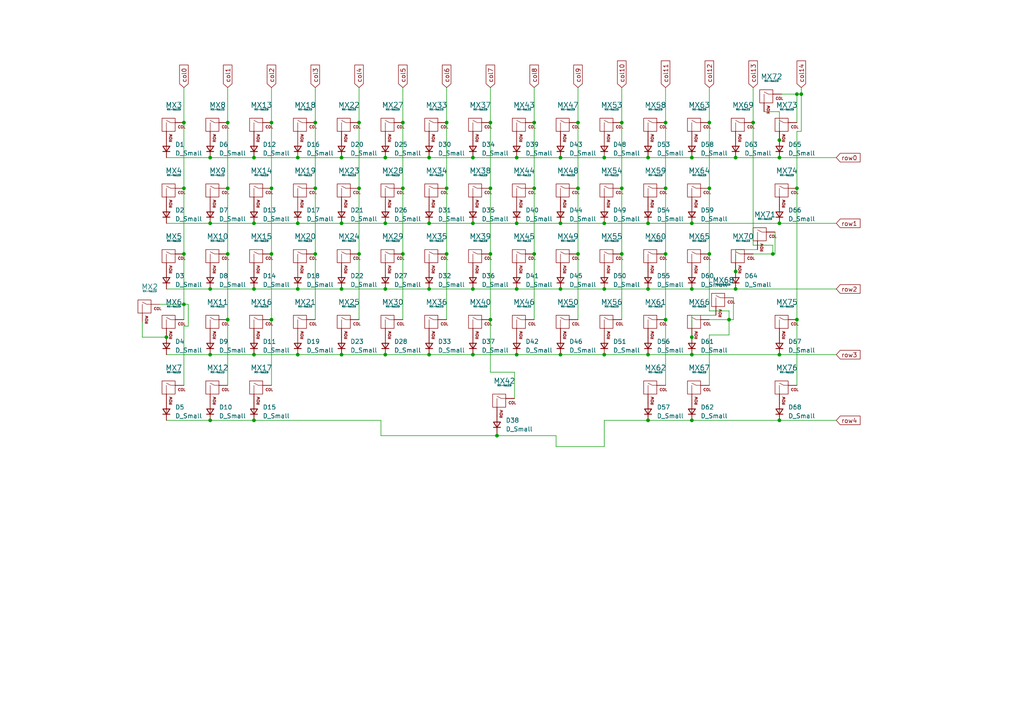
<source format=kicad_sch>
(kicad_sch (version 20230121) (generator eeschema)
  (paper "A4")
  (title_block (title "Plaket60") (date "2022-07-25") (rev "1.0"))
  (lib_symbols
    (symbol "Device:D_Small" (pin_numbers hide) (pin_names (offset 0.254) hide)
      (property "Reference" "D" (at -1.27 2.032 0))
      (property "Value" "D_Small" (at -3.81 -2.032 0))
      (symbol "D_Small_0_1"
        (polyline (pts (xy -0.762 -1.016) (xy -0.762 1.016)) (stroke (width 0.254)))
        (polyline (pts (xy -0.762 0) (xy 0.762 0)))
        (polyline (pts (xy 0.762 -1.016) (xy -0.762 0) (xy 0.762 1.016) (xy 0.762 -1.016)) (stroke (width 0.254)))
      )
      (symbol "D_Small_1_1"
        (pin passive line (at -2.54 0 0) (length 1.778) (name "K") (number "1"))
        (pin passive line (at 2.54 0 180) (length 1.778) (name "A") (number "2"))
      )
    )
    (symbol "cipulot_parts:MX-NoLED" (pin_names (offset 1.016))
      (property "Reference" "MX" (at -0.635 3.81 0))
      (property "Value" "MX-NoLED" (at -0.635 1.27 0))
      (symbol "MX-NoLED_0_0"
        (rectangle (start -2.54 2.54) (end 1.27 -1.27))
        (polyline (pts (xy -1.27 -1.27) (xy -1.27 1.27)) (stroke (width 0.127)))
        (polyline (pts (xy 1.27 1.27) (xy 0 1.27) (xy -1.27 1.905)) (stroke (width 0.127)))
        (text "COL" (at 3.175 0 0) (effects (font (size 0.762 0.762))))
        (text "ROW" (at 0 -1.905 900) (effects (font (size 0.762 0.762)) (justify right)))
      )
      (symbol "MX-NoLED_1_1"
        (pin passive line (at 3.81 1.27 180) (length 2.54) (name "COL") (number "1"))
        (pin passive line (at -1.27 -3.81 90) (length 2.54) (name "ROW") (number "2"))
      )
    )
  )
  (junction (at 53.34 88.265))
  (junction (at 142.24 35.56))
  (junction (at 180.34 35.56))
  (junction (at 175.26 102.87))
  (junction (at 226.06 102.87))
  (junction (at 60.96 64.77))
  (junction (at 73.66 45.72))
  (junction (at 187.96 83.82))
  (junction (at 104.14 35.56))
  (junction (at 91.44 54.61))
  (junction (at 213.36 83.82))
  (junction (at 218.44 35.56))
  (junction (at 226.06 121.92))
  (junction (at 66.04 35.56))
  (junction (at 205.74 35.56))
  (junction (at 99.06 45.72))
  (junction (at 116.84 35.56))
  (junction (at 73.66 83.82))
  (junction (at 104.14 54.61))
  (junction (at 142.24 73.66))
  (junction (at 162.56 64.77))
  (junction (at 137.16 102.87))
  (junction (at 142.24 54.61))
  (junction (at 187.96 45.72))
  (junction (at 116.84 73.66))
  (junction (at 60.96 83.82))
  (junction (at 149.86 83.82))
  (junction (at 137.16 64.77))
  (junction (at 193.04 92.71))
  (junction (at 213.36 45.72))
  (junction (at 162.56 83.82))
  (junction (at 200.66 45.72))
  (junction (at 193.04 35.56))
  (junction (at 224.155 73.66))
  (junction (at 232.41 27.305))
  (junction (at 137.16 45.72))
  (junction (at 144.145 126.365))
  (junction (at 48.26 97.79))
  (junction (at 231.14 54.61))
  (junction (at 53.34 35.56))
  (junction (at 78.74 92.71))
  (junction (at 175.26 64.77))
  (junction (at 111.76 64.77))
  (junction (at 180.34 73.66))
  (junction (at 129.54 35.56))
  (junction (at 91.44 35.56))
  (junction (at 193.04 54.61))
  (junction (at 99.06 83.82))
  (junction (at 226.06 45.72))
  (junction (at 200.66 83.82))
  (junction (at 205.74 54.61))
  (junction (at 187.96 102.87))
  (junction (at 73.66 64.77))
  (junction (at 211.455 92.71))
  (junction (at 124.46 64.77))
  (junction (at 200.66 121.92))
  (junction (at 167.64 35.56))
  (junction (at 99.06 102.87))
  (junction (at 91.44 73.66))
  (junction (at 78.74 35.56))
  (junction (at 53.34 73.66))
  (junction (at 154.94 54.61))
  (junction (at 187.96 121.92))
  (junction (at 53.34 54.61))
  (junction (at 149.86 64.77))
  (junction (at 200.66 102.87))
  (junction (at 175.26 83.82))
  (junction (at 187.96 64.77))
  (junction (at 111.76 45.72))
  (junction (at 137.16 83.82))
  (junction (at 124.46 102.87))
  (junction (at 149.86 102.87))
  (junction (at 99.06 64.77))
  (junction (at 162.56 45.72))
  (junction (at 167.64 54.61))
  (junction (at 129.54 54.61))
  (junction (at 111.76 102.87))
  (junction (at 78.74 54.61))
  (junction (at 231.14 27.305))
  (junction (at 124.46 45.72))
  (junction (at 60.96 102.87))
  (junction (at 162.56 102.87))
  (junction (at 86.36 45.72))
  (junction (at 60.96 45.72))
  (junction (at 104.14 73.66))
  (junction (at 60.96 121.92))
  (junction (at 86.36 64.77))
  (junction (at 167.64 73.66))
  (junction (at 149.86 45.72))
  (junction (at 193.04 73.66))
  (junction (at 124.46 83.82))
  (junction (at 111.76 83.82))
  (junction (at 175.26 45.72))
  (junction (at 86.36 83.82))
  (junction (at 66.04 73.66))
  (junction (at 213.36 78.74))
  (junction (at 231.14 92.71))
  (junction (at 180.34 54.61))
  (junction (at 205.74 73.66))
  (junction (at 116.84 54.61))
  (junction (at 78.74 73.66))
  (junction (at 226.06 64.77))
  (junction (at 73.66 121.92))
  (junction (at 86.36 102.87))
  (junction (at 73.66 102.87))
  (junction (at 66.04 92.71))
  (junction (at 200.66 64.77))
  (junction (at 154.94 35.56))
  (junction (at 129.54 73.66))
  (junction (at 66.04 54.61))
  (junction (at 226.06 40.64))
  (junction (at 142.24 92.71))
  (junction (at 200.66 97.79))
  (junction (at 154.94 73.66))
  (wire (pts (xy 129.54 73.66) (xy 129.54 92.71)))
  (wire (pts (xy 53.34 73.66) (xy 53.34 88.265)))
  (wire (pts (xy 60.96 83.82) (xy 73.66 83.82)))
  (wire (pts (xy 48.26 83.82) (xy 60.96 83.82)))
  (wire (pts (xy 60.96 102.87) (xy 73.66 102.87)))
  (wire (pts (xy 149.86 102.87) (xy 162.56 102.87)))
  (wire (pts (xy 137.16 45.72) (xy 149.86 45.72)))
  (wire (pts (xy 91.44 73.66) (xy 91.44 92.71)))
  (wire (pts (xy 104.14 54.61) (xy 104.14 73.66)))
  (wire (pts (xy 154.94 35.56) (xy 154.94 54.61)))
  (wire (pts (xy 149.86 83.82) (xy 162.56 83.82)))
  (wire (pts (xy 142.24 73.66) (xy 142.24 92.71)))
  (wire (pts (xy 111.76 83.82) (xy 124.46 83.82)))
  (wire (pts (xy 154.94 25.4) (xy 154.94 35.56)))
  (wire (pts (xy 161.29 126.365) (xy 161.29 129.54)))
  (wire (pts (xy 60.96 121.92) (xy 73.66 121.92)))
  (wire (pts (xy 154.94 54.61) (xy 154.94 73.66)))
  (wire (pts (xy 142.24 25.4) (xy 142.24 35.56)))
  (wire (pts (xy 187.96 83.82) (xy 200.66 83.82)))
  (wire (pts (xy 99.06 83.82) (xy 111.76 83.82)))
  (wire (pts (xy 187.96 102.87) (xy 200.66 102.87)))
  (wire (pts (xy 86.36 64.77) (xy 99.06 64.77)))
  (wire (pts (xy 73.66 83.82) (xy 86.36 83.82)))
  (wire (pts (xy 142.24 92.71) (xy 142.24 107.95)))
  (wire (pts (xy 221.615 32.385) (xy 226.06 32.385)))
  (wire (pts (xy 111.76 45.72) (xy 124.46 45.72)))
  (wire (pts (xy 231.14 92.71) (xy 231.14 54.61)))
  (wire (pts (xy 60.96 45.72) (xy 73.66 45.72)))
  (wire (pts (xy 232.41 38.1) (xy 232.41 27.305)))
  (wire (pts (xy 53.34 54.61) (xy 53.34 73.66)))
  (wire (pts (xy 205.74 35.56) (xy 205.74 54.61)))
  (wire (pts (xy 142.24 35.56) (xy 142.24 54.61)))
  (wire (pts (xy 46.355 88.265) (xy 53.34 88.265)))
  (wire (pts (xy 187.96 45.72) (xy 200.66 45.72)))
  (wire (pts (xy 180.34 35.56) (xy 180.34 54.61)))
  (wire (pts (xy 48.26 102.87) (xy 60.96 102.87)))
  (wire (pts (xy 104.14 35.56) (xy 104.14 54.61)))
  (wire (pts (xy 53.34 88.265) (xy 53.34 92.71)))
  (wire (pts (xy 86.36 102.87) (xy 99.06 102.87)))
  (wire (pts (xy 161.29 129.54) (xy 175.26 129.54)))
  (wire (pts (xy 53.34 111.76) (xy 53.34 94.615)))
  (wire (pts (xy 167.64 73.66) (xy 167.64 54.61)))
  (wire (pts (xy 144.145 126.365) (xy 144.145 125.73)))
  (wire (pts (xy 193.04 54.61) (xy 193.04 73.66)))
  (wire (pts (xy 54.61 88.265) (xy 53.34 88.265)))
  (wire (pts (xy 175.26 129.54) (xy 175.26 121.92)))
  (wire (pts (xy 213.36 83.82) (xy 242.57 83.82)))
  (wire (pts (xy 175.26 64.77) (xy 187.96 64.77)))
  (wire (pts (xy 162.56 64.77) (xy 175.26 64.77)))
  (wire (pts (xy 211.455 90.17) (xy 211.455 92.71)))
  (wire (pts (xy 144.145 126.365) (xy 161.29 126.365)))
  (wire (pts (xy 116.84 54.61) (xy 116.84 73.66)))
  (wire (pts (xy 66.04 54.61) (xy 66.04 73.66)))
  (wire (pts (xy 111.76 64.77) (xy 124.46 64.77)))
  (wire (pts (xy 226.06 102.87) (xy 242.57 102.87)))
  (wire (pts (xy 48.26 45.72) (xy 60.96 45.72)))
  (wire (pts (xy 187.96 64.77) (xy 200.66 64.77)))
  (wire (pts (xy 104.14 25.4) (xy 104.14 35.56)))
  (wire (pts (xy 110.49 121.92) (xy 110.49 126.365)))
  (wire (pts (xy 162.56 83.82) (xy 175.26 83.82)))
  (wire (pts (xy 200.66 45.72) (xy 213.36 45.72)))
  (wire (pts (xy 53.34 35.56) (xy 53.34 54.61)))
  (wire (pts (xy 200.66 91.44) (xy 200.66 97.79)))
  (wire (pts (xy 180.34 25.4) (xy 180.34 35.56)))
  (wire (pts (xy 213.36 72.39) (xy 213.36 78.74)))
  (wire (pts (xy 218.44 25.4) (xy 218.44 35.56)))
  (wire (pts (xy 212.725 92.71) (xy 212.725 86.36)))
  (wire (pts (xy 224.155 73.66) (xy 224.79 73.66)))
  (wire (pts (xy 167.64 92.71) (xy 167.64 73.66)))
  (wire (pts (xy 224.155 71.12) (xy 224.155 73.66)))
  (wire (pts (xy 200.66 102.87) (xy 226.06 102.87)))
  (wire (pts (xy 78.74 25.4) (xy 78.74 35.56)))
  (wire (pts (xy 231.14 27.305) (xy 231.14 35.56)))
  (wire (pts (xy 78.74 73.66) (xy 78.74 92.71)))
  (wire (pts (xy 129.54 25.4) (xy 129.54 35.56)))
  (wire (pts (xy 53.34 25.4) (xy 53.34 35.56)))
  (wire (pts (xy 111.76 102.87) (xy 124.46 102.87)))
  (wire (pts (xy 66.04 73.66) (xy 66.04 92.71)))
  (wire (pts (xy 73.66 45.72) (xy 86.36 45.72)))
  (wire (pts (xy 86.36 83.82) (xy 99.06 83.82)))
  (wire (pts (xy 41.275 97.79) (xy 48.26 97.79)))
  (wire (pts (xy 226.06 45.72) (xy 242.57 45.72)))
  (wire (pts (xy 193.04 73.66) (xy 193.04 92.71)))
  (wire (pts (xy 231.14 54.61) (xy 231.14 38.1)))
  (wire (pts (xy 54.61 94.615) (xy 54.61 88.265)))
  (wire (pts (xy 149.225 107.95) (xy 149.225 115.57)))
  (wire (pts (xy 180.34 73.66) (xy 180.34 92.71)))
  (wire (pts (xy 211.455 97.155) (xy 205.74 97.155)))
  (wire (pts (xy 149.86 64.77) (xy 162.56 64.77)))
  (wire (pts (xy 149.86 45.72) (xy 162.56 45.72)))
  (wire (pts (xy 99.06 64.77) (xy 111.76 64.77)))
  (wire (pts (xy 193.04 35.56) (xy 193.04 54.61)))
  (wire (pts (xy 205.74 73.66) (xy 205.74 90.17)))
  (wire (pts (xy 180.34 54.61) (xy 180.34 73.66)))
  (wire (pts (xy 231.14 38.1) (xy 232.41 38.1)))
  (wire (pts (xy 218.44 73.66) (xy 224.155 73.66)))
  (wire (pts (xy 226.06 121.92) (xy 242.57 121.92)))
  (wire (pts (xy 205.74 25.4) (xy 205.74 35.56)))
  (wire (pts (xy 231.14 111.76) (xy 231.14 92.71)))
  (wire (pts (xy 232.41 27.305) (xy 231.14 27.305)))
  (wire (pts (xy 200.66 64.77) (xy 226.06 64.77)))
  (wire (pts (xy 86.36 45.72) (xy 99.06 45.72)))
  (wire (pts (xy 137.16 102.87) (xy 149.86 102.87)))
  (wire (pts (xy 73.66 64.77) (xy 86.36 64.77)))
  (wire (pts (xy 207.645 91.44) (xy 200.66 91.44)))
  (wire (pts (xy 99.06 102.87) (xy 111.76 102.87)))
  (wire (pts (xy 110.49 126.365) (xy 144.145 126.365)))
  (wire (pts (xy 91.44 25.4) (xy 91.44 35.56)))
  (wire (pts (xy 73.66 121.92) (xy 110.49 121.92)))
  (wire (pts (xy 66.04 92.71) (xy 66.04 111.76)))
  (wire (pts (xy 211.455 92.71) (xy 212.725 92.71)))
  (wire (pts (xy 213.36 45.72) (xy 226.06 45.72)))
  (wire (pts (xy 124.46 102.87) (xy 137.16 102.87)))
  (wire (pts (xy 218.44 71.12) (xy 224.155 71.12)))
  (wire (pts (xy 53.34 94.615) (xy 54.61 94.615)))
  (wire (pts (xy 224.79 73.66) (xy 224.79 67.31)))
  (wire (pts (xy 226.06 64.77) (xy 242.57 64.77)))
  (wire (pts (xy 91.44 35.56) (xy 91.44 54.61)))
  (wire (pts (xy 205.74 92.71) (xy 211.455 92.71)))
  (wire (pts (xy 104.14 73.66) (xy 104.14 92.71)))
  (wire (pts (xy 91.44 54.61) (xy 91.44 73.66)))
  (wire (pts (xy 200.66 83.82) (xy 213.36 83.82)))
  (wire (pts (xy 211.455 92.71) (xy 211.455 97.155)))
  (wire (pts (xy 99.06 45.72) (xy 111.76 45.72)))
  (wire (pts (xy 175.26 121.92) (xy 187.96 121.92)))
  (wire (pts (xy 142.24 54.61) (xy 142.24 73.66)))
  (wire (pts (xy 73.66 102.87) (xy 86.36 102.87)))
  (wire (pts (xy 78.74 35.56) (xy 78.74 54.61)))
  (wire (pts (xy 124.46 45.72) (xy 137.16 45.72)))
  (wire (pts (xy 124.46 83.82) (xy 137.16 83.82)))
  (wire (pts (xy 167.64 25.4) (xy 167.64 35.56)))
  (wire (pts (xy 154.94 73.66) (xy 154.94 92.71)))
  (wire (pts (xy 219.71 72.39) (xy 213.36 72.39)))
  (wire (pts (xy 193.04 92.71) (xy 193.04 111.76)))
  (wire (pts (xy 167.64 54.61) (xy 167.64 35.56)))
  (wire (pts (xy 187.96 121.92) (xy 200.66 121.92)))
  (wire (pts (xy 142.24 107.95) (xy 149.225 107.95)))
  (wire (pts (xy 48.26 121.92) (xy 60.96 121.92)))
  (wire (pts (xy 162.56 102.87) (xy 175.26 102.87)))
  (wire (pts (xy 137.16 83.82) (xy 149.86 83.82)))
  (wire (pts (xy 48.26 64.77) (xy 60.96 64.77)))
  (wire (pts (xy 175.26 83.82) (xy 187.96 83.82)))
  (wire (pts (xy 66.04 25.4) (xy 66.04 35.56)))
  (wire (pts (xy 175.26 102.87) (xy 187.96 102.87)))
  (wire (pts (xy 226.695 27.305) (xy 231.14 27.305)))
  (wire (pts (xy 205.74 90.17) (xy 211.455 90.17)))
  (wire (pts (xy 129.54 54.61) (xy 129.54 73.66)))
  (wire (pts (xy 218.44 35.56) (xy 218.44 71.12)))
  (wire (pts (xy 193.04 25.4) (xy 193.04 35.56)))
  (wire (pts (xy 129.54 35.56) (xy 129.54 54.61)))
  (wire (pts (xy 205.74 97.155) (xy 205.74 111.76)))
  (wire (pts (xy 232.41 25.4) (xy 232.41 27.305)))
  (wire (pts (xy 162.56 45.72) (xy 175.26 45.72)))
  (wire (pts (xy 116.84 25.4) (xy 116.84 35.56)))
  (wire (pts (xy 137.16 64.77) (xy 149.86 64.77)))
  (wire (pts (xy 66.04 35.56) (xy 66.04 54.61)))
  (wire (pts (xy 41.275 93.345) (xy 41.275 97.79)))
  (wire (pts (xy 60.96 64.77) (xy 73.66 64.77)))
  (wire (pts (xy 124.46 64.77) (xy 137.16 64.77)))
  (wire (pts (xy 116.84 73.66) (xy 116.84 92.71)))
  (wire (pts (xy 78.74 54.61) (xy 78.74 73.66)))
  (wire (pts (xy 116.84 35.56) (xy 116.84 54.61)))
  (wire (pts (xy 200.66 121.92) (xy 226.06 121.92)))
  (wire (pts (xy 226.06 32.385) (xy 226.06 40.64)))
  (wire (pts (xy 175.26 45.72) (xy 187.96 45.72)))
  (wire (pts (xy 78.74 92.71) (xy 78.74 111.76)))
  (wire (pts (xy 205.74 54.61) (xy 205.74 73.66)))
  (global_label "col10" (shape input) (at 180.34 25.4 90) (property "Intersheetrefs" "${INTERSHEET_REFS}" (effects hide)))
  (global_label "col3" (shape input) (at 91.44 25.4 90) (property "Intersheetrefs" "${INTERSHEET_REFS}" (effects hide)))
  (global_label "col12" (shape input) (at 205.74 25.4 90) (property "Intersheetrefs" "${INTERSHEET_REFS}" (effects hide)))
  (global_label "col1" (shape input) (at 66.04 25.4 90) (property "Intersheetrefs" "${INTERSHEET_REFS}" (effects hide)))
  (global_label "row1" (shape input) (at 242.57 64.77 0) (property "Intersheetrefs" "${INTERSHEET_REFS}" (effects hide)))
  (global_label "col13" (shape input) (at 218.44 25.4 90) (property "Intersheetrefs" "${INTERSHEET_REFS}" (effects hide)))
  (global_label "row3" (shape input) (at 242.57 102.87 0) (property "Intersheetrefs" "${INTERSHEET_REFS}" (effects hide)))
  (global_label "col5" (shape input) (at 116.84 25.4 90) (property "Intersheetrefs" "${INTERSHEET_REFS}" (effects hide)))
  (global_label "col7" (shape input) (at 142.24 25.4 90) (property "Intersheetrefs" "${INTERSHEET_REFS}" (effects hide)))
  (global_label "col11" (shape input) (at 193.04 25.4 90) (property "Intersheetrefs" "${INTERSHEET_REFS}" (effects hide)))
  (global_label "col14" (shape input) (at 232.41 25.4 90) (property "Intersheetrefs" "${INTERSHEET_REFS}" (effects hide)))
  (global_label "col4" (shape input) (at 104.14 25.4 90) (property "Intersheetrefs" "${INTERSHEET_REFS}" (effects hide)))
  (global_label "col9" (shape input) (at 167.64 25.4 90) (property "Intersheetrefs" "${INTERSHEET_REFS}" (effects hide)))
  (global_label "col0" (shape input) (at 53.34 25.4 90) (property "Intersheetrefs" "${INTERSHEET_REFS}" (effects hide)))
  (global_label "col6" (shape input) (at 129.54 25.4 90) (property "Intersheetrefs" "${INTERSHEET_REFS}" (effects hide)))
  (global_label "row0" (shape input) (at 242.57 45.72 0) (property "Intersheetrefs" "${INTERSHEET_REFS}" (effects hide)))
  (global_label "row2" (shape input) (at 242.57 83.82 0) (property "Intersheetrefs" "${INTERSHEET_REFS}" (effects hide)))
  (global_label "row4" (shape input) (at 242.57 121.92 0) (property "Intersheetrefs" "${INTERSHEET_REFS}" (effects hide)))
  (global_label "col8" (shape input) (at 154.94 25.4 90) (property "Intersheetrefs" "${INTERSHEET_REFS}" (effects hide)))
  (global_label "col2" (shape input) (at 78.74 25.4 90) (property "Intersheetrefs" "${INTERSHEET_REFS}" (effects hide)))
  (symbol (lib_id "cipulot_parts:MX-NoLED") (at 125.73 36.83 0) (unit 1)
    (property "Reference" "MX33" (at 126.6156 30.48 0) (effects (font (size 1.524 1.524))))
    (property "Value" "MX-NoLED" (at 126.6156 31.75 0) (effects (font (size 0.508 0.508))))
    (property "Footprint" "parts:mx_1u" (effects hide))
  )
  (symbol (lib_id "cipulot_parts:MX-NoLED") (at 151.13 93.98 0) (unit 1)
    (property "Reference" "MX46" (at 152.0156 87.63 0) (effects (font (size 1.524 1.524))))
    (property "Value" "MX-NoLED" (at 152.0156 88.9 0) (effects (font (size 0.508 0.508))))
    (property "Footprint" "parts:mx_1u" (effects hide))
  )
  (symbol (lib_id "Device:D_Small") (at 200.66 119.38 90) (unit 1)
    (property "Reference" "D62" (at 203.2 118.1099 90) (effects (justify right)))
    (property "Value" "D_Small" (at 203.2 120.6499 90) (effects (justify right)))
    (property "Footprint" "Diode_SMD:D_SOD-123" (effects hide))
  )
  (symbol (lib_id "cipulot_parts:MX-NoLED") (at 62.23 113.03 0) (unit 1)
    (property "Reference" "MX12" (at 63.1156 106.68 0) (effects (font (size 1.524 1.524))))
    (property "Value" "MX-NoLED" (at 63.1156 107.95 0) (effects (font (size 0.508 0.508))))
    (property "Footprint" "parts:mx_1u" (effects hide))
  )
  (symbol (lib_id "Device:D_Small") (at 149.86 43.18 90) (unit 1)
    (property "Reference" "D39" (at 152.4 41.9099 90) (effects (justify right)))
    (property "Value" "D_Small" (at 152.4 44.4499 90) (effects (justify right)))
    (property "Footprint" "Diode_SMD:D_SOD-123" (effects hide))
  )
  (symbol (lib_id "cipulot_parts:MX-NoLED") (at 176.53 55.88 0) (unit 1)
    (property "Reference" "MX54" (at 177.4156 49.53 0) (effects (font (size 1.524 1.524))))
    (property "Value" "MX-NoLED" (at 177.4156 50.8 0) (effects (font (size 0.508 0.508))))
    (property "Footprint" "parts:mx_1u" (effects hide))
  )
  (symbol (lib_id "Device:D_Small") (at 73.66 100.33 90) (unit 1)
    (property "Reference" "D11" (at 76.2 99.0599 90) (effects (justify right)))
    (property "Value" "D_Small" (at 76.2 101.5999 90) (effects (justify right)))
    (property "Footprint" "Diode_SMD:D_SOD-123" (effects hide))
  )
  (symbol (lib_id "Device:D_Small") (at 60.96 62.23 90) (unit 1)
    (property "Reference" "D7" (at 63.5 60.9599 90) (effects (justify right)))
    (property "Value" "D_Small" (at 63.5 63.4999 90) (effects (justify right)))
    (property "Footprint" "Diode_SMD:D_SOD-123" (effects hide))
  )
  (symbol (lib_id "Device:D_Small") (at 86.36 62.23 90) (unit 1)
    (property "Reference" "D17" (at 88.9 60.9599 90) (effects (justify right)))
    (property "Value" "D_Small" (at 88.9 63.4999 90) (effects (justify right)))
    (property "Footprint" "Diode_SMD:D_SOD-123" (effects hide))
  )
  (symbol (lib_id "cipulot_parts:MX-NoLED") (at 62.23 74.93 0) (unit 1)
    (property "Reference" "MX10" (at 63.1156 68.58 0) (effects (font (size 1.524 1.524))))
    (property "Value" "MX-NoLED" (at 63.1156 69.85 0) (effects (font (size 0.508 0.508))))
    (property "Footprint" "parts:mx_1u" (effects hide))
  )
  (symbol (lib_id "cipulot_parts:MX-NoLED") (at 74.93 74.93 0) (unit 1)
    (property "Reference" "MX15" (at 75.8156 68.58 0) (effects (font (size 1.524 1.524))))
    (property "Value" "MX-NoLED" (at 75.8156 69.85 0) (effects (font (size 0.508 0.508))))
    (property "Footprint" "parts:mx_1u" (effects hide))
  )
  (symbol (lib_id "cipulot_parts:MX-NoLED") (at 189.23 74.93 0) (unit 1)
    (property "Reference" "MX60" (at 190.1156 68.58 0) (effects (font (size 1.524 1.524))))
    (property "Value" "MX-NoLED" (at 190.1156 69.85 0) (effects (font (size 0.508 0.508))))
    (property "Footprint" "parts:mx_1u" (effects hide))
  )
  (symbol (lib_id "Device:D_Small") (at 111.76 100.33 90) (unit 1)
    (property "Reference" "D28" (at 114.3 99.0599 90) (effects (justify right)))
    (property "Value" "D_Small" (at 114.3 101.5999 90) (effects (justify right)))
    (property "Footprint" "Diode_SMD:D_SOD-123" (effects hide))
  )
  (symbol (lib_id "cipulot_parts:MX-NoLED") (at 62.23 55.88 0) (unit 1)
    (property "Reference" "MX9" (at 63.1156 49.53 0) (effects (font (size 1.524 1.524))))
    (property "Value" "MX-NoLED" (at 63.1156 50.8 0) (effects (font (size 0.508 0.508))))
    (property "Footprint" "parts:mx_1u" (effects hide))
  )
  (symbol (lib_id "cipulot_parts:MX-NoLED") (at 227.33 113.03 0) (unit 1)
    (property "Reference" "MX76" (at 228.2156 106.68 0) (effects (font (size 1.524 1.524))))
    (property "Value" "MX-NoLED" (at 228.2156 107.95 0) (effects (font (size 0.508 0.508))))
    (property "Footprint" "parts:mx_15u" (effects hide))
  )
  (symbol (lib_id "cipulot_parts:MX-NoLED") (at 201.93 74.93 0) (unit 1)
    (property "Reference" "MX65" (at 202.8156 68.58 0) (effects (font (size 1.524 1.524))))
    (property "Value" "MX-NoLED" (at 202.8156 69.85 0) (effects (font (size 0.508 0.508))))
    (property "Footprint" "parts:mx_1u" (effects hide))
  )
  (symbol (lib_id "Device:D_Small") (at 187.96 100.33 90) (unit 1)
    (property "Reference" "D56" (at 190.5 99.0599 90) (effects (justify right)))
    (property "Value" "D_Small" (at 190.5 101.5999 90) (effects (justify right)))
    (property "Footprint" "Diode_SMD:D_SOD-123" (effects hide))
  )
  (symbol (lib_id "Device:D_Small") (at 48.26 100.33 90) (unit 1)
    (property "Reference" "D4" (at 50.8 99.0599 90) (effects (justify right)))
    (property "Value" "D_Small" (at 50.8 101.5999 90) (effects (justify right)))
    (property "Footprint" "Diode_SMD:D_SOD-123" (effects hide))
  )
  (symbol (lib_id "cipulot_parts:MX-NoLED") (at 227.33 93.98 0) (unit 1)
    (property "Reference" "MX75" (at 228.2156 87.63 0) (effects (font (size 1.524 1.524))))
    (property "Value" "MX-NoLED" (at 228.2156 88.9 0) (effects (font (size 0.508 0.508))))
    (property "Footprint" "parts:mx_1u" (effects hide))
  )
  (symbol (lib_id "cipulot_parts:MX-NoLED") (at 125.73 55.88 0) (unit 1)
    (property "Reference" "MX34" (at 126.6156 49.53 0) (effects (font (size 1.524 1.524))))
    (property "Value" "MX-NoLED" (at 126.6156 50.8 0) (effects (font (size 0.508 0.508))))
    (property "Footprint" "parts:mx_1u" (effects hide))
  )
  (symbol (lib_id "Device:D_Small") (at 200.66 62.23 90) (unit 1)
    (property "Reference" "D59" (at 203.2 60.9599 90) (effects (justify right)))
    (property "Value" "D_Small" (at 203.2 63.4999 90) (effects (justify right)))
    (property "Footprint" "Diode_SMD:D_SOD-123" (effects hide))
  )
  (symbol (lib_id "cipulot_parts:MX-NoLED") (at 100.33 36.83 0) (unit 1)
    (property "Reference" "MX22" (at 101.2156 30.48 0) (effects (font (size 1.524 1.524))))
    (property "Value" "MX-NoLED" (at 101.2156 31.75 0) (effects (font (size 0.508 0.508))))
    (property "Footprint" "parts:mx_1u" (effects hide))
  )
  (symbol (lib_id "Device:D_Small") (at 162.56 100.33 90) (unit 1)
    (property "Reference" "D46" (at 165.1 99.0599 90) (effects (justify right)))
    (property "Value" "D_Small" (at 165.1 101.5999 90) (effects (justify right)))
    (property "Footprint" "Diode_SMD:D_SOD-123" (effects hide))
  )
  (symbol (lib_id "cipulot_parts:MX-NoLED") (at 113.03 55.88 0) (unit 1)
    (property "Reference" "MX28" (at 113.9156 49.53 0) (effects (font (size 1.524 1.524))))
    (property "Value" "MX-NoLED" (at 113.9156 50.8 0) (effects (font (size 0.508 0.508))))
    (property "Footprint" "parts:mx_1u" (effects hide))
  )
  (symbol (lib_id "Device:D_Small") (at 200.66 81.28 90) (unit 1)
    (property "Reference" "D60" (at 203.2 80.0099 90) (effects (justify right)))
    (property "Value" "D_Small" (at 203.2 82.5499 90) (effects (justify right)))
    (property "Footprint" "Diode_SMD:D_SOD-123" (effects hide))
  )
  (symbol (lib_id "Device:D_Small") (at 226.06 100.33 90) (unit 1)
    (property "Reference" "D67" (at 228.6 99.0599 90) (effects (justify right)))
    (property "Value" "D_Small" (at 228.6 101.5999 90) (effects (justify right)))
    (property "Footprint" "Diode_SMD:D_SOD-123" (effects hide))
  )
  (symbol (lib_id "Device:D_Small") (at 137.16 62.23 90) (unit 1)
    (property "Reference" "D35" (at 139.7 60.9599 90) (effects (justify right)))
    (property "Value" "D_Small" (at 139.7 63.4999 90) (effects (justify right)))
    (property "Footprint" "Diode_SMD:D_SOD-123" (effects hide))
  )
  (symbol (lib_id "Device:D_Small") (at 86.36 100.33 90) (unit 1)
    (property "Reference" "D19" (at 88.9 99.0599 90) (effects (justify right)))
    (property "Value" "D_Small" (at 88.9 101.5999 90) (effects (justify right)))
    (property "Footprint" "Diode_SMD:D_SOD-123" (effects hide))
  )
  (symbol (lib_id "Device:D_Small") (at 175.26 43.18 90) (unit 1)
    (property "Reference" "D48" (at 177.8 41.9099 90) (effects (justify right)))
    (property "Value" "D_Small" (at 177.8 44.4499 90) (effects (justify right)))
    (property "Footprint" "Diode_SMD:D_SOD-123" (effects hide))
  )
  (symbol (lib_id "cipulot_parts:MX-NoLED") (at 189.23 93.98 0) (unit 1)
    (property "Reference" "MX61" (at 190.1156 87.63 0) (effects (font (size 1.524 1.524))))
    (property "Value" "MX-NoLED" (at 190.1156 88.9 0) (effects (font (size 0.508 0.508))))
    (property "Footprint" "parts:mx_1u" (effects hide))
  )
  (symbol (lib_id "cipulot_parts:MX-NoLED") (at 151.13 74.93 0) (unit 1)
    (property "Reference" "MX45" (at 152.0156 68.58 0) (effects (font (size 1.524 1.524))))
    (property "Value" "MX-NoLED" (at 152.0156 69.85 0) (effects (font (size 0.508 0.508))))
    (property "Footprint" "parts:mx_1u" (effects hide))
  )
  (symbol (lib_id "cipulot_parts:MX-NoLED") (at 49.53 36.83 0) (unit 1)
    (property "Reference" "MX3" (at 50.4156 30.48 0) (effects (font (size 1.524 1.524))))
    (property "Value" "MX-NoLED" (at 50.4156 31.75 0) (effects (font (size 0.508 0.508))))
    (property "Footprint" "parts:mx_1u" (effects hide))
  )
  (symbol (lib_id "cipulot_parts:MX-NoLED") (at 151.13 36.83 0) (unit 1)
    (property "Reference" "MX43" (at 152.0156 30.48 0) (effects (font (size 1.524 1.524))))
    (property "Value" "MX-NoLED" (at 152.0156 31.75 0) (effects (font (size 0.508 0.508))))
    (property "Footprint" "parts:mx_1u" (effects hide))
  )
  (symbol (lib_id "Device:D_Small") (at 137.16 81.28 90) (unit 1)
    (property "Reference" "D36" (at 139.7 80.0099 90) (effects (justify right)))
    (property "Value" "D_Small" (at 139.7 82.5499 90) (effects (justify right)))
    (property "Footprint" "Diode_SMD:D_SOD-123" (effects hide))
  )
  (symbol (lib_id "Device:D_Small") (at 213.36 43.18 90) (unit 1)
    (property "Reference" "D63" (at 215.9 41.9099 90) (effects (justify right)))
    (property "Value" "D_Small" (at 215.9 44.4499 90) (effects (justify right)))
    (property "Footprint" "Diode_SMD:D_SOD-123" (effects hide))
  )
  (symbol (lib_id "cipulot_parts:MX-NoLED") (at 163.83 36.83 0) (unit 1)
    (property "Reference" "MX47" (at 164.7156 30.48 0) (effects (font (size 1.524 1.524))))
    (property "Value" "MX-NoLED" (at 164.7156 31.75 0) (effects (font (size 0.508 0.508))))
    (property "Footprint" "parts:mx_1u" (effects hide))
  )
  (symbol (lib_id "cipulot_parts:MX-NoLED") (at 74.93 55.88 0) (unit 1)
    (property "Reference" "MX14" (at 75.8156 49.53 0) (effects (font (size 1.524 1.524))))
    (property "Value" "MX-NoLED" (at 75.8156 50.8 0) (effects (font (size 0.508 0.508))))
    (property "Footprint" "parts:mx_1u" (effects hide))
  )
  (symbol (lib_id "cipulot_parts:MX-NoLED") (at 201.93 55.88 0) (unit 1)
    (property "Reference" "MX64" (at 202.8156 49.53 0) (effects (font (size 1.524 1.524))))
    (property "Value" "MX-NoLED" (at 202.8156 50.8 0) (effects (font (size 0.508 0.508))))
    (property "Footprint" "parts:mx_1u" (effects hide))
  )
  (symbol (lib_id "cipulot_parts:MX-NoLED") (at 163.83 55.88 0) (unit 1)
    (property "Reference" "MX48" (at 164.7156 49.53 0) (effects (font (size 1.524 1.524))))
    (property "Value" "MX-NoLED" (at 164.7156 50.8 0) (effects (font (size 0.508 0.508))))
    (property "Footprint" "parts:mx_1u" (effects hide))
  )
  (symbol (lib_id "Device:D_Small") (at 99.06 62.23 90) (unit 1)
    (property "Reference" "D21" (at 101.6 60.9599 90) (effects (justify right)))
    (property "Value" "D_Small" (at 101.6 63.4999 90) (effects (justify right)))
    (property "Footprint" "Diode_SMD:D_SOD-123" (effects hide))
  )
  (symbol (lib_id "Device:D_Small") (at 99.06 100.33 90) (unit 1)
    (property "Reference" "D23" (at 101.6 99.0599 90) (effects (justify right)))
    (property "Value" "D_Small" (at 101.6 101.5999 90) (effects (justify right)))
    (property "Footprint" "Diode_SMD:D_SOD-123" (effects hide))
  )
  (symbol (lib_id "Device:D_Small") (at 200.66 43.18 90) (unit 1)
    (property "Reference" "D58" (at 203.2 41.9099 90) (effects (justify right)))
    (property "Value" "D_Small" (at 203.2 44.4499 90) (effects (justify right)))
    (property "Footprint" "Diode_SMD:D_SOD-123" (effects hide))
  )
  (symbol (lib_id "Device:D_Small") (at 162.56 62.23 90) (unit 1)
    (property "Reference" "D44" (at 165.1 60.9599 90) (effects (justify right)))
    (property "Value" "D_Small" (at 165.1 63.4999 90) (effects (justify right)))
    (property "Footprint" "Diode_SMD:D_SOD-123" (effects hide))
  )
  (symbol (lib_id "cipulot_parts:MX-NoLED") (at 125.73 93.98 0) (unit 1)
    (property "Reference" "MX36" (at 126.6156 87.63 0) (effects (font (size 1.524 1.524))))
    (property "Value" "MX-NoLED" (at 126.6156 88.9 0) (effects (font (size 0.508 0.508))))
    (property "Footprint" "parts:mx_1u" (effects hide))
  )
  (symbol (lib_id "Device:D_Small") (at 149.86 100.33 90) (unit 1)
    (property "Reference" "D42" (at 152.4 99.0599 90) (effects (justify right)))
    (property "Value" "D_Small" (at 152.4 101.5999 90) (effects (justify right)))
    (property "Footprint" "Diode_SMD:D_SOD-123" (effects hide))
  )
  (symbol (lib_id "cipulot_parts:MX-NoLED") (at 113.03 36.83 0) (unit 1)
    (property "Reference" "MX27" (at 113.9156 30.48 0) (effects (font (size 1.524 1.524))))
    (property "Value" "MX-NoLED" (at 113.9156 31.75 0) (effects (font (size 0.508 0.508))))
    (property "Footprint" "parts:mx_1u" (effects hide))
  )
  (symbol (lib_id "Device:D_Small") (at 73.66 62.23 90) (unit 1)
    (property "Reference" "D13" (at 76.2 60.9599 90) (effects (justify right)))
    (property "Value" "D_Small" (at 76.2 63.4999 90) (effects (justify right)))
    (property "Footprint" "Diode_SMD:D_SOD-123" (effects hide))
  )
  (symbol (lib_id "cipulot_parts:MX-NoLED") (at 74.93 113.03 0) (unit 1)
    (property "Reference" "MX17" (at 75.8156 106.68 0) (effects (font (size 1.524 1.524))))
    (property "Value" "MX-NoLED" (at 75.8156 107.95 0) (effects (font (size 0.508 0.508))))
    (property "Footprint" "parts:mx_15u" (effects hide))
  )
  (symbol (lib_id "cipulot_parts:MX-NoLED") (at 113.03 74.93 0) (unit 1)
    (property "Reference" "MX29" (at 113.9156 68.58 0) (effects (font (size 1.524 1.524))))
    (property "Value" "MX-NoLED" (at 113.9156 69.85 0) (effects (font (size 0.508 0.508))))
    (property "Footprint" "parts:mx_1u" (effects hide))
  )
  (symbol (lib_id "Device:D_Small") (at 226.06 62.23 90) (unit 1)
    (property "Reference" "D66" (at 228.6 60.9599 90) (effects (justify right)))
    (property "Value" "D_Small" (at 228.6 63.4999 90) (effects (justify right)))
    (property "Footprint" "Diode_SMD:D_SOD-123" (effects hide))
  )
  (symbol (lib_id "cipulot_parts:MX-NoLED") (at 74.93 93.98 0) (unit 1)
    (property "Reference" "MX16" (at 75.8156 87.63 0) (effects (font (size 1.524 1.524))))
    (property "Value" "MX-NoLED" (at 75.8156 88.9 0) (effects (font (size 0.508 0.508))))
    (property "Footprint" "parts:mx_1u" (effects hide))
  )
  (symbol (lib_id "Device:D_Small") (at 175.26 100.33 90) (unit 1)
    (property "Reference" "D51" (at 177.8 99.0599 90) (effects (justify right)))
    (property "Value" "D_Small" (at 177.8 101.5999 90) (effects (justify right)))
    (property "Footprint" "Diode_SMD:D_SOD-123" (effects hide))
  )
  (symbol (lib_id "cipulot_parts:MX-NoLED") (at 100.33 93.98 0) (unit 1)
    (property "Reference" "MX25" (at 101.2156 87.63 0) (effects (font (size 1.524 1.524))))
    (property "Value" "MX-NoLED" (at 101.2156 88.9 0) (effects (font (size 0.508 0.508))))
    (property "Footprint" "parts:mx_1u" (effects hide))
  )
  (symbol (lib_id "Device:D_Small") (at 60.96 119.38 90) (unit 1)
    (property "Reference" "D10" (at 63.5 118.1099 90) (effects (justify right)))
    (property "Value" "D_Small" (at 63.5 120.6499 90) (effects (justify right)))
    (property "Footprint" "Diode_SMD:D_SOD-123" (effects hide))
  )
  (symbol (lib_id "cipulot_parts:MX-NoLED") (at 220.98 68.58 0) (unit 1)
    (property "Reference" "MX71" (at 221.8656 62.23 0) (effects (font (size 1.524 1.524))))
    (property "Value" "MX-NoLED" (at 221.8656 63.5 0) (effects (font (size 0.508 0.508))))
    (property "Footprint" "parts:mx_iso" (effects hide))
  )
  (symbol (lib_id "Device:D_Small") (at 124.46 100.33 90) (unit 1)
    (property "Reference" "D33" (at 127 99.0599 90) (effects (justify right)))
    (property "Value" "D_Small" (at 127 101.5999 90) (effects (justify right)))
    (property "Footprint" "Diode_SMD:D_SOD-123" (effects hide))
  )
  (symbol (lib_id "cipulot_parts:MX-NoLED") (at 87.63 36.83 0) (unit 1)
    (property "Reference" "MX18" (at 88.5156 30.48 0) (effects (font (size 1.524 1.524))))
    (property "Value" "MX-NoLED" (at 88.5156 31.75 0) (effects (font (size 0.508 0.508))))
    (property "Footprint" "parts:mx_1u" (effects hide))
  )
  (symbol (lib_id "cipulot_parts:MX-NoLED") (at 113.03 93.98 0) (unit 1)
    (property "Reference" "MX30" (at 113.9156 87.63 0) (effects (font (size 1.524 1.524))))
    (property "Value" "MX-NoLED" (at 113.9156 88.9 0) (effects (font (size 0.508 0.508))))
    (property "Footprint" "parts:mx_1u" (effects hide))
  )
  (symbol (lib_id "cipulot_parts:MX-NoLED") (at 138.43 36.83 0) (unit 1)
    (property "Reference" "MX37" (at 139.3156 30.48 0) (effects (font (size 1.524 1.524))))
    (property "Value" "MX-NoLED" (at 139.3156 31.75 0) (effects (font (size 0.508 0.508))))
    (property "Footprint" "parts:mx_1u" (effects hide))
  )
  (symbol (lib_id "Device:D_Small") (at 187.96 62.23 90) (unit 1)
    (property "Reference" "D54" (at 190.5 60.9599 90) (effects (justify right)))
    (property "Value" "D_Small" (at 190.5 63.4999 90) (effects (justify right)))
    (property "Footprint" "Diode_SMD:D_SOD-123" (effects hide))
  )
  (symbol (lib_id "Device:D_Small") (at 187.96 119.38 90) (unit 1)
    (property "Reference" "D57" (at 190.5 118.1099 90) (effects (justify right)))
    (property "Value" "D_Small" (at 190.5 120.6499 90) (effects (justify right)))
    (property "Footprint" "Diode_SMD:D_SOD-123" (effects hide))
  )
  (symbol (lib_id "Device:D_Small") (at 124.46 81.28 90) (unit 1)
    (property "Reference" "D32" (at 127 80.0099 90) (effects (justify right)))
    (property "Value" "D_Small" (at 127 82.5499 90) (effects (justify right)))
    (property "Footprint" "Diode_SMD:D_SOD-123" (effects hide))
  )
  (symbol (lib_id "Device:D_Small") (at 86.36 81.28 90) (unit 1)
    (property "Reference" "D18" (at 88.9 80.0099 90) (effects (justify right)))
    (property "Value" "D_Small" (at 88.9 82.5499 90) (effects (justify right)))
    (property "Footprint" "Diode_SMD:D_SOD-123" (effects hide))
  )
  (symbol (lib_id "Device:D_Small") (at 48.26 43.18 90) (unit 1)
    (property "Reference" "D1" (at 50.8 41.9099 90) (effects (justify right)))
    (property "Value" "D_Small" (at 50.8 44.4499 90) (effects (justify right)))
    (property "Footprint" "Diode_SMD:D_SOD-123" (effects hide))
  )
  (symbol (lib_id "cipulot_parts:MX-NoLED") (at 227.33 55.88 0) (unit 1)
    (property "Reference" "MX74" (at 228.2156 49.53 0) (effects (font (size 1.524 1.524))))
    (property "Value" "MX-NoLED" (at 228.2156 50.8 0) (effects (font (size 0.508 0.508))))
    (property "Footprint" "parts:mx_15u" (effects hide))
  )
  (symbol (lib_id "cipulot_parts:MX-NoLED") (at 214.63 36.83 0) (unit 1)
    (property "Reference" "MX69" (at 215.5156 30.48 0) (effects (font (size 1.524 1.524))))
    (property "Value" "MX-NoLED" (at 215.5156 31.75 0) (effects (font (size 0.508 0.508))))
    (property "Footprint" "parts:mx_1u" (effects hide))
  )
  (symbol (lib_id "cipulot_parts:MX-NoLED") (at 214.63 74.93 0) (unit 1)
    (property "Reference" "MX70" (at 215.5156 68.58 0) (effects (font (size 1.524 1.524))))
    (property "Value" "MX-NoLED" (at 215.5156 69.85 0) (effects (font (size 0.508 0.508))))
    (property "Footprint" "parts:mx_225u" (effects hide))
  )
  (symbol (lib_id "Device:D_Small") (at 162.56 81.28 90) (unit 1)
    (property "Reference" "D45" (at 165.1 80.0099 90) (effects (justify right)))
    (property "Value" "D_Small" (at 165.1 82.5499 90) (effects (justify right)))
    (property "Footprint" "Diode_SMD:D_SOD-123" (effects hide))
  )
  (symbol (lib_id "cipulot_parts:MX-NoLED") (at 145.415 116.84 0) (unit 1)
    (property "Reference" "MX42" (at 146.3006 110.49 0) (effects (font (size 1.524 1.524))))
    (property "Value" "MX-NoLED" (at 146.3006 111.76 0) (effects (font (size 0.508 0.508))))
    (property "Footprint" "parts:mx_7u" (effects hide))
  )
  (symbol (lib_id "cipulot_parts:MX-NoLED") (at 201.93 36.83 0) (unit 1)
    (property "Reference" "MX63" (at 202.8156 30.48 0) (effects (font (size 1.524 1.524))))
    (property "Value" "MX-NoLED" (at 202.8156 31.75 0) (effects (font (size 0.508 0.508))))
    (property "Footprint" "parts:mx_1u" (effects hide))
  )
  (symbol (lib_id "Device:D_Small") (at 60.96 43.18 90) (unit 1)
    (property "Reference" "D6" (at 63.5 41.9099 90) (effects (justify right)))
    (property "Value" "D_Small" (at 63.5 44.4499 90) (effects (justify right)))
    (property "Footprint" "Diode_SMD:D_SOD-123" (effects hide))
  )
  (symbol (lib_id "cipulot_parts:MX-NoLED") (at 151.13 55.88 0) (unit 1)
    (property "Reference" "MX44" (at 152.0156 49.53 0) (effects (font (size 1.524 1.524))))
    (property "Value" "MX-NoLED" (at 152.0156 50.8 0) (effects (font (size 0.508 0.508))))
    (property "Footprint" "parts:mx_1u" (effects hide))
  )
  (symbol (lib_id "Device:D_Small") (at 144.145 123.19 90) (unit 1)
    (property "Reference" "D38" (at 146.685 121.9199 90) (effects (justify right)))
    (property "Value" "D_Small" (at 146.685 124.4599 90) (effects (justify right)))
    (property "Footprint" "Diode_SMD:D_SOD-123" (effects hide))
  )
  (symbol (lib_id "cipulot_parts:MX-NoLED") (at 87.63 93.98 0) (unit 1)
    (property "Reference" "MX21" (at 88.5156 87.63 0) (effects (font (size 1.524 1.524))))
    (property "Value" "MX-NoLED" (at 88.5156 88.9 0) (effects (font (size 0.508 0.508))))
    (property "Footprint" "parts:mx_1u" (effects hide))
  )
  (symbol (lib_id "Device:D_Small") (at 99.06 81.28 90) (unit 1)
    (property "Reference" "D22" (at 101.6 80.0099 90) (effects (justify right)))
    (property "Value" "D_Small" (at 101.6 82.5499 90) (effects (justify right)))
    (property "Footprint" "Diode_SMD:D_SOD-123" (effects hide))
  )
  (symbol (lib_id "Device:D_Small") (at 213.36 81.28 90) (unit 1)
    (property "Reference" "D64" (at 215.9 80.0099 90) (effects (justify right)))
    (property "Value" "D_Small" (at 215.9 82.5499 90) (effects (justify right)))
    (property "Footprint" "Diode_SMD:D_SOD-123" (effects hide))
  )
  (symbol (lib_id "cipulot_parts:MX-NoLED") (at 49.53 55.88 0) (unit 1)
    (property "Reference" "MX4" (at 50.4156 49.53 0) (effects (font (size 1.524 1.524))))
    (property "Value" "MX-NoLED" (at 50.4156 50.8 0) (effects (font (size 0.508 0.508))))
    (property "Footprint" "parts:mx_15u" (effects hide))
  )
  (symbol (lib_id "cipulot_parts:MX-NoLED") (at 176.53 93.98 0) (unit 1)
    (property "Reference" "MX56" (at 177.4156 87.63 0) (effects (font (size 1.524 1.524))))
    (property "Value" "MX-NoLED" (at 177.4156 88.9 0) (effects (font (size 0.508 0.508))))
    (property "Footprint" "parts:mx_1u" (effects hide))
  )
  (symbol (lib_id "Device:D_Small") (at 73.66 43.18 90) (unit 1)
    (property "Reference" "D12" (at 76.2 41.9099 90) (effects (justify right)))
    (property "Value" "D_Small" (at 76.2 44.4499 90) (effects (justify right)))
    (property "Footprint" "Diode_SMD:D_SOD-123" (effects hide))
  )
  (symbol (lib_id "Device:D_Small") (at 124.46 62.23 90) (unit 1)
    (property "Reference" "D31" (at 127 60.9599 90) (effects (justify right)))
    (property "Value" "D_Small" (at 127 63.4999 90) (effects (justify right)))
    (property "Footprint" "Diode_SMD:D_SOD-123" (effects hide))
  )
  (symbol (lib_id "cipulot_parts:MX-NoLED") (at 163.83 74.93 0) (unit 1)
    (property "Reference" "MX49" (at 164.7156 68.58 0) (effects (font (size 1.524 1.524))))
    (property "Value" "MX-NoLED" (at 164.7156 69.85 0) (effects (font (size 0.508 0.508))))
    (property "Footprint" "parts:mx_1u" (effects hide))
  )
  (symbol (lib_id "Device:D_Small") (at 60.96 81.28 90) (unit 1)
    (property "Reference" "D8" (at 63.5 80.0099 90) (effects (justify right)))
    (property "Value" "D_Small" (at 63.5 82.5499 90) (effects (justify right)))
    (property "Footprint" "Diode_SMD:D_SOD-123" (effects hide))
  )
  (symbol (lib_id "Device:D_Small") (at 99.06 43.18 90) (unit 1)
    (property "Reference" "D20" (at 101.6 41.9099 90) (effects (justify right)))
    (property "Value" "D_Small" (at 101.6 44.4499 90) (effects (justify right)))
    (property "Footprint" "Diode_SMD:D_SOD-123" (effects hide))
  )
  (symbol (lib_id "Device:D_Small") (at 149.86 81.28 90) (unit 1)
    (property "Reference" "D41" (at 152.4 80.0099 90) (effects (justify right)))
    (property "Value" "D_Small" (at 152.4 82.5499 90) (effects (justify right)))
    (property "Footprint" "Diode_SMD:D_SOD-123" (effects hide))
  )
  (symbol (lib_id "Device:D_Small") (at 226.06 43.18 90) (unit 1)
    (property "Reference" "D65" (at 228.6 41.9099 90) (effects (justify right)))
    (property "Value" "D_Small" (at 228.6 44.4499 90) (effects (justify right)))
    (property "Footprint" "Diode_SMD:D_SOD-123" (effects hide))
  )
  (symbol (lib_id "Device:D_Small") (at 175.26 62.23 90) (unit 1)
    (property "Reference" "D49" (at 177.8 60.9599 90) (effects (justify right)))
    (property "Value" "D_Small" (at 177.8 63.4999 90) (effects (justify right)))
    (property "Footprint" "Diode_SMD:D_SOD-123" (effects hide))
  )
  (symbol (lib_id "cipulot_parts:MX-NoLED") (at 138.43 93.98 0) (unit 1)
    (property "Reference" "MX40" (at 139.3156 87.63 0) (effects (font (size 1.524 1.524))))
    (property "Value" "MX-NoLED" (at 139.3156 88.9 0) (effects (font (size 0.508 0.508))))
    (property "Footprint" "parts:mx_1u" (effects hide))
  )
  (symbol (lib_id "cipulot_parts:MX-NoLED") (at 189.23 36.83 0) (unit 1)
    (property "Reference" "MX58" (at 190.1156 30.48 0) (effects (font (size 1.524 1.524))))
    (property "Value" "MX-NoLED" (at 190.1156 31.75 0) (effects (font (size 0.508 0.508))))
    (property "Footprint" "parts:mx_1u" (effects hide))
  )
  (symbol (lib_id "Device:D_Small") (at 86.36 43.18 90) (unit 1)
    (property "Reference" "D16" (at 88.9 41.9099 90) (effects (justify right)))
    (property "Value" "D_Small" (at 88.9 44.4499 90) (effects (justify right)))
    (property "Footprint" "Diode_SMD:D_SOD-123" (effects hide))
  )
  (symbol (lib_id "Device:D_Small") (at 111.76 62.23 90) (unit 1)
    (property "Reference" "D26" (at 114.3 60.9599 90) (effects (justify right)))
    (property "Value" "D_Small" (at 114.3 63.4999 90) (effects (justify right)))
    (property "Footprint" "Diode_SMD:D_SOD-123" (effects hide))
  )
  (symbol (lib_id "cipulot_parts:MX-NoLED") (at 49.53 113.03 0) (unit 1)
    (property "Reference" "MX7" (at 50.4156 106.68 0) (effects (font (size 1.524 1.524))))
    (property "Value" "MX-NoLED" (at 50.4156 107.95 0) (effects (font (size 0.508 0.508))))
    (property "Footprint" "parts:mx_15u" (effects hide))
  )
  (symbol (lib_id "Device:D_Small") (at 137.16 100.33 90) (unit 1)
    (property "Reference" "D37" (at 139.7 99.0599 90) (effects (justify right)))
    (property "Value" "D_Small" (at 139.7 101.5999 90) (effects (justify right)))
    (property "Footprint" "Diode_SMD:D_SOD-123" (effects hide))
  )
  (symbol (lib_id "Device:D_Small") (at 124.46 43.18 90) (unit 1)
    (property "Reference" "D30" (at 127 41.9099 90) (effects (justify right)))
    (property "Value" "D_Small" (at 127 44.4499 90) (effects (justify right)))
    (property "Footprint" "Diode_SMD:D_SOD-123" (effects hide))
  )
  (symbol (lib_id "cipulot_parts:MX-NoLED") (at 189.23 55.88 0) (unit 1)
    (property "Reference" "MX59" (at 190.1156 49.53 0) (effects (font (size 1.524 1.524))))
    (property "Value" "MX-NoLED" (at 190.1156 50.8 0) (effects (font (size 0.508 0.508))))
    (property "Footprint" "parts:mx_1u" (effects hide))
  )
  (symbol (lib_id "cipulot_parts:MX-NoLED") (at 227.33 36.83 0) (unit 1)
    (property "Reference" "MX73" (at 228.2156 30.48 0) (effects (font (size 1.524 1.524))))
    (property "Value" "MX-NoLED" (at 228.2156 31.75 0) (effects (font (size 0.508 0.508))))
    (property "Footprint" "parts:mx_1u" (effects hide))
  )
  (symbol (lib_id "cipulot_parts:MX-NoLED") (at 87.63 55.88 0) (unit 1)
    (property "Reference" "MX19" (at 88.5156 49.53 0) (effects (font (size 1.524 1.524))))
    (property "Value" "MX-NoLED" (at 88.5156 50.8 0) (effects (font (size 0.508 0.508))))
    (property "Footprint" "parts:mx_1u" (effects hide))
  )
  (symbol (lib_id "cipulot_parts:MX-NoLED") (at 42.545 89.535 0) (unit 1)
    (property "Reference" "MX2" (at 43.4306 83.185 0) (effects (font (size 1.524 1.524))))
    (property "Value" "MX-NoLED" (at 43.4306 84.455 0) (effects (font (size 0.508 0.508))))
    (property "Footprint" "parts:mx_125u" (effects hide))
  )
  (symbol (lib_id "Device:D_Small") (at 162.56 43.18 90) (unit 1)
    (property "Reference" "D43" (at 165.1 41.9099 90) (effects (justify right)))
    (property "Value" "D_Small" (at 165.1 44.4499 90) (effects (justify right)))
    (property "Footprint" "Diode_SMD:D_SOD-123" (effects hide))
  )
  (symbol (lib_id "Device:D_Small") (at 60.96 100.33 90) (unit 1)
    (property "Reference" "D9" (at 63.5 99.0599 90) (effects (justify right)))
    (property "Value" "D_Small" (at 63.5 101.5999 90) (effects (justify right)))
    (property "Footprint" "Diode_SMD:D_SOD-123" (effects hide))
  )
  (symbol (lib_id "cipulot_parts:MX-NoLED") (at 74.93 36.83 0) (unit 1)
    (property "Reference" "MX13" (at 75.8156 30.48 0) (effects (font (size 1.524 1.524))))
    (property "Value" "MX-NoLED" (at 75.8156 31.75 0) (effects (font (size 0.508 0.508))))
    (property "Footprint" "parts:mx_1u" (effects hide))
  )
  (symbol (lib_id "cipulot_parts:MX-NoLED") (at 176.53 74.93 0) (unit 1)
    (property "Reference" "MX55" (at 177.4156 68.58 0) (effects (font (size 1.524 1.524))))
    (property "Value" "MX-NoLED" (at 177.4156 69.85 0) (effects (font (size 0.508 0.508))))
    (property "Footprint" "parts:mx_1u" (effects hide))
  )
  (symbol (lib_id "cipulot_parts:MX-NoLED") (at 87.63 74.93 0) (unit 1)
    (property "Reference" "MX20" (at 88.5156 68.58 0) (effects (font (size 1.524 1.524))))
    (property "Value" "MX-NoLED" (at 88.5156 69.85 0) (effects (font (size 0.508 0.508))))
    (property "Footprint" "parts:mx_1u" (effects hide))
  )
  (symbol (lib_id "cipulot_parts:MX-NoLED") (at 100.33 55.88 0) (unit 1)
    (property "Reference" "MX23" (at 101.2156 49.53 0) (effects (font (size 1.524 1.524))))
    (property "Value" "MX-NoLED" (at 101.2156 50.8 0) (effects (font (size 0.508 0.508))))
    (property "Footprint" "parts:mx_1u" (effects hide))
  )
  (symbol (lib_id "cipulot_parts:MX-NoLED") (at 163.83 93.98 0) (unit 1)
    (property "Reference" "MX50" (at 164.7156 87.63 0) (effects (font (size 1.524 1.524))))
    (property "Value" "MX-NoLED" (at 164.7156 88.9 0) (effects (font (size 0.508 0.508))))
    (property "Footprint" "parts:mx_1u" (effects hide))
  )
  (symbol (lib_id "Device:D_Small") (at 48.26 81.28 90) (unit 1)
    (property "Reference" "D3" (at 50.8 80.0099 90) (effects (justify right)))
    (property "Value" "D_Small" (at 50.8 82.5499 90) (effects (justify right)))
    (property "Footprint" "Diode_SMD:D_SOD-123" (effects hide))
  )
  (symbol (lib_id "cipulot_parts:MX-NoLED") (at 176.53 36.83 0) (unit 1)
    (property "Reference" "MX53" (at 177.4156 30.48 0) (effects (font (size 1.524 1.524))))
    (property "Value" "MX-NoLED" (at 177.4156 31.75 0) (effects (font (size 0.508 0.508))))
    (property "Footprint" "parts:mx_1u" (effects hide))
  )
  (symbol (lib_id "Device:D_Small") (at 187.96 43.18 90) (unit 1)
    (property "Reference" "D53" (at 190.5 41.9099 90) (effects (justify right)))
    (property "Value" "D_Small" (at 190.5 44.4499 90) (effects (justify right)))
    (property "Footprint" "Diode_SMD:D_SOD-123" (effects hide))
  )
  (symbol (lib_id "Device:D_Small") (at 73.66 81.28 90) (unit 1)
    (property "Reference" "D14" (at 76.2 80.0099 90) (effects (justify right)))
    (property "Value" "D_Small" (at 76.2 82.5499 90) (effects (justify right)))
    (property "Footprint" "Diode_SMD:D_SOD-123" (effects hide))
  )
  (symbol (lib_id "cipulot_parts:MX-NoLED") (at 100.33 74.93 0) (unit 1)
    (property "Reference" "MX24" (at 101.2156 68.58 0) (effects (font (size 1.524 1.524))))
    (property "Value" "MX-NoLED" (at 101.2156 69.85 0) (effects (font (size 0.508 0.508))))
    (property "Footprint" "parts:mx_1u" (effects hide))
  )
  (symbol (lib_id "Device:D_Small") (at 73.66 119.38 90) (unit 1)
    (property "Reference" "D15" (at 76.2 118.1099 90) (effects (justify right)))
    (property "Value" "D_Small" (at 76.2 120.6499 90) (effects (justify right)))
    (property "Footprint" "Diode_SMD:D_SOD-123" (effects hide))
  )
  (symbol (lib_id "cipulot_parts:MX-NoLED") (at 125.73 74.93 0) (unit 1)
    (property "Reference" "MX35" (at 126.6156 68.58 0) (effects (font (size 1.524 1.524))))
    (property "Value" "MX-NoLED" (at 126.6156 69.85 0) (effects (font (size 0.508 0.508))))
    (property "Footprint" "parts:mx_1u" (effects hide))
  )
  (symbol (lib_id "Device:D_Small") (at 111.76 43.18 90) (unit 1)
    (property "Reference" "D25" (at 114.3 41.9099 90) (effects (justify right)))
    (property "Value" "D_Small" (at 114.3 44.4499 90) (effects (justify right)))
    (property "Footprint" "Diode_SMD:D_SOD-123" (effects hide))
  )
  (symbol (lib_id "Device:D_Small") (at 137.16 43.18 90) (unit 1)
    (property "Reference" "D34" (at 139.7 41.9099 90) (effects (justify right)))
    (property "Value" "D_Small" (at 139.7 44.4499 90) (effects (justify right)))
    (property "Footprint" "Diode_SMD:D_SOD-123" (effects hide))
  )
  (symbol (lib_id "cipulot_parts:MX-NoLED") (at 49.53 93.98 0) (unit 1)
    (property "Reference" "MX6" (at 50.4156 87.63 0) (effects (font (size 1.524 1.524))))
    (property "Value" "MX-NoLED" (at 50.4156 88.9 0) (effects (font (size 0.508 0.508))))
    (property "Footprint" "parts:mx_225u" (effects hide))
  )
  (symbol (lib_id "cipulot_parts:MX-NoLED") (at 49.53 74.93 0) (unit 1)
    (property "Reference" "MX5" (at 50.4156 68.58 0) (effects (font (size 1.524 1.524))))
    (property "Value" "MX-NoLED" (at 50.4156 69.85 0) (effects (font (size 0.508 0.508))))
    (property "Footprint" "parts:mx_stepped_caps" (effects hide))
  )
  (symbol (lib_id "cipulot_parts:MX-NoLED") (at 201.93 113.03 0) (unit 1)
    (property "Reference" "MX67" (at 202.8156 106.68 0) (effects (font (size 1.524 1.524))))
    (property "Value" "MX-NoLED" (at 202.8156 107.95 0) (effects (font (size 0.508 0.508))))
    (property "Footprint" "parts:mx_1u" (effects hide))
  )
  (symbol (lib_id "cipulot_parts:MX-NoLED") (at 62.23 36.83 0) (unit 1)
    (property "Reference" "MX8" (at 63.1156 30.48 0) (effects (font (size 1.524 1.524))))
    (property "Value" "MX-NoLED" (at 63.1156 31.75 0) (effects (font (size 0.508 0.508))))
    (property "Footprint" "parts:mx_1u" (effects hide))
  )
  (symbol (lib_id "Device:D_Small") (at 175.26 81.28 90) (unit 1)
    (property "Reference" "D50" (at 177.8 80.0099 90) (effects (justify right)))
    (property "Value" "D_Small" (at 177.8 82.5499 90) (effects (justify right)))
    (property "Footprint" "Diode_SMD:D_SOD-123" (effects hide))
  )
  (symbol (lib_id "Device:D_Small") (at 111.76 81.28 90) (unit 1)
    (property "Reference" "D27" (at 114.3 80.0099 90) (effects (justify right)))
    (property "Value" "D_Small" (at 114.3 82.5499 90) (effects (justify right)))
    (property "Footprint" "Diode_SMD:D_SOD-123" (effects hide))
  )
  (symbol (lib_id "cipulot_parts:MX-NoLED") (at 189.23 113.03 0) (unit 1)
    (property "Reference" "MX62" (at 190.1156 106.68 0) (effects (font (size 1.524 1.524))))
    (property "Value" "MX-NoLED" (at 190.1156 107.95 0) (effects (font (size 0.508 0.508))))
    (property "Footprint" "parts:mx_15u" (effects hide))
  )
  (symbol (lib_id "Device:D_Small") (at 200.66 100.33 90) (unit 1)
    (property "Reference" "D61" (at 203.2 99.0599 90) (effects (justify right)))
    (property "Value" "D_Small" (at 203.2 101.5999 90) (effects (justify right)))
    (property "Footprint" "Diode_SMD:D_SOD-123" (effects hide))
  )
  (symbol (lib_id "Device:D_Small") (at 48.26 119.38 90) (unit 1)
    (property "Reference" "D5" (at 50.8 118.1099 90) (effects (justify right)))
    (property "Value" "D_Small" (at 50.8 120.6499 90) (effects (justify right)))
    (property "Footprint" "Diode_SMD:D_SOD-123" (effects hide))
  )
  (symbol (lib_id "cipulot_parts:MX-NoLED") (at 138.43 55.88 0) (unit 1)
    (property "Reference" "MX38" (at 139.3156 49.53 0) (effects (font (size 1.524 1.524))))
    (property "Value" "MX-NoLED" (at 139.3156 50.8 0) (effects (font (size 0.508 0.508))))
    (property "Footprint" "parts:mx_1u" (effects hide))
  )
  (symbol (lib_id "Device:D_Small") (at 187.96 81.28 90) (unit 1)
    (property "Reference" "D55" (at 190.5 80.0099 90) (effects (justify right)))
    (property "Value" "D_Small" (at 190.5 82.5499 90) (effects (justify right)))
    (property "Footprint" "Diode_SMD:D_SOD-123" (effects hide))
  )
  (symbol (lib_id "cipulot_parts:MX-NoLED") (at 138.43 74.93 0) (unit 1)
    (property "Reference" "MX39" (at 139.3156 68.58 0) (effects (font (size 1.524 1.524))))
    (property "Value" "MX-NoLED" (at 139.3156 69.85 0) (effects (font (size 0.508 0.508))))
    (property "Footprint" "parts:mx_1u" (effects hide))
  )
  (symbol (lib_id "cipulot_parts:MX-NoLED") (at 201.93 93.98 0) (unit 1)
    (property "Reference" "MX66" (at 202.8156 87.63 0) (effects (font (size 1.524 1.524))))
    (property "Value" "MX-NoLED" (at 202.8156 88.9 0) (effects (font (size 0.508 0.508))))
    (property "Footprint" "parts:mx_175u" (effects hide))
  )
  (symbol (lib_id "Device:D_Small") (at 149.86 62.23 90) (unit 1)
    (property "Reference" "D40" (at 152.4 60.9599 90) (effects (justify right)))
    (property "Value" "D_Small" (at 152.4 63.4999 90) (effects (justify right)))
    (property "Footprint" "Diode_SMD:D_SOD-123" (effects hide))
  )
  (symbol (lib_id "cipulot_parts:MX-NoLED") (at 222.885 28.575 0) (unit 1)
    (property "Reference" "MX72" (at 223.7706 22.225 0) (effects (font (size 1.524 1.524))))
    (property "Value" "MX-NoLED" (at 223.7706 23.495 0) (effects (font (size 0.508 0.508))))
    (property "Footprint" "parts:mx_2u" (effects hide))
  )
  (symbol (lib_id "Device:D_Small") (at 226.06 119.38 90) (unit 1)
    (property "Reference" "D68" (at 228.6 118.1099 90) (effects (justify right)))
    (property "Value" "D_Small" (at 228.6 120.6499 90) (effects (justify right)))
    (property "Footprint" "Diode_SMD:D_SOD-123" (effects hide))
  )
  (symbol (lib_id "Device:D_Small") (at 48.26 62.23 90) (unit 1)
    (property "Reference" "D2" (at 50.8 60.9599 90) (effects (justify right)))
    (property "Value" "D_Small" (at 50.8 63.4999 90) (effects (justify right)))
    (property "Footprint" "Diode_SMD:D_SOD-123" (effects hide))
  )
  (symbol (lib_id "cipulot_parts:MX-NoLED") (at 208.915 87.63 0) (unit 1)
    (property "Reference" "MX68" (at 209.8006 81.28 0) (effects (font (size 1.524 1.524))))
    (property "Value" "MX-NoLED" (at 209.8006 82.55 0) (effects (font (size 0.508 0.508))))
    (property "Footprint" "parts:mx_275u" (effects hide))
  )
  (symbol (lib_id "cipulot_parts:MX-NoLED") (at 62.23 93.98 0) (unit 1)
    (property "Reference" "MX11" (at 63.1156 87.63 0) (effects (font (size 1.524 1.524))))
    (property "Value" "MX-NoLED" (at 63.1156 88.9 0) (effects (font (size 0.508 0.508))))
    (property "Footprint" "parts:mx_1u" (effects hide))
  )
)
</source>
